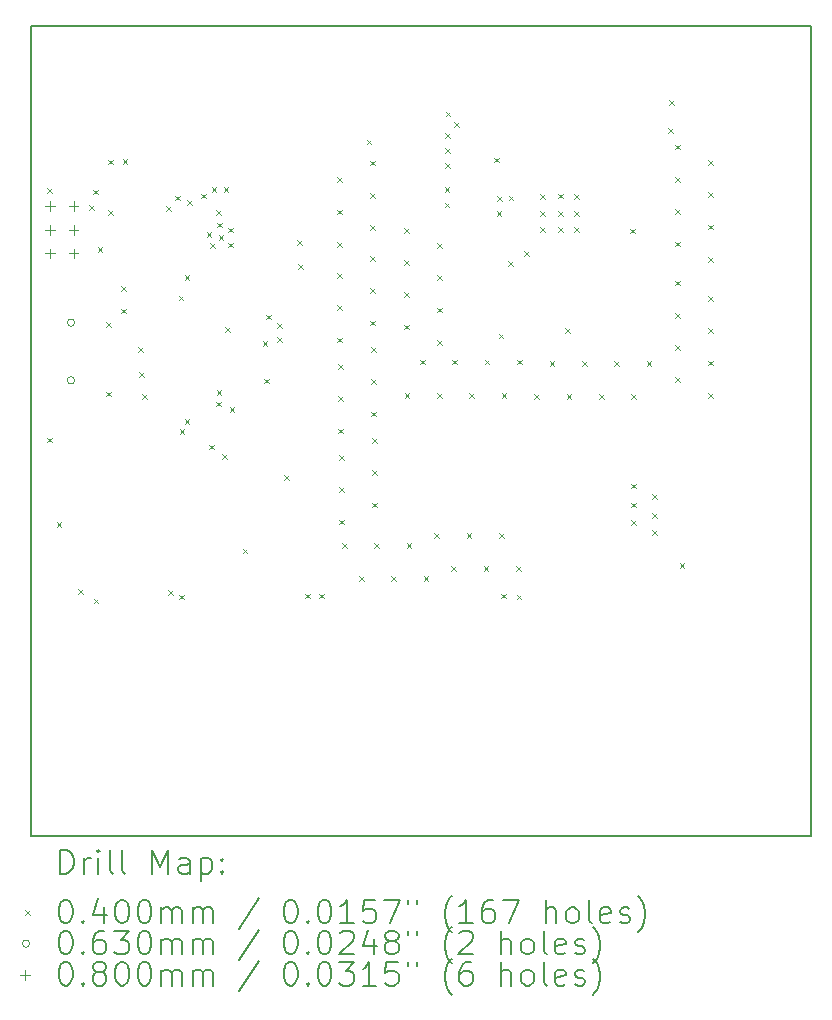
<source format=gbr>
%TF.GenerationSoftware,KiCad,Pcbnew,(6.0.7)*%
%TF.CreationDate,2023-02-07T14:26:08-05:00*%
%TF.ProjectId,DCA_USMR_sch,4443415f-5553-44d5-925f-7363682e6b69,v1.3*%
%TF.SameCoordinates,Original*%
%TF.FileFunction,Drillmap*%
%TF.FilePolarity,Positive*%
%FSLAX45Y45*%
G04 Gerber Fmt 4.5, Leading zero omitted, Abs format (unit mm)*
G04 Created by KiCad (PCBNEW (6.0.7)) date 2023-02-07 14:26:08*
%MOMM*%
%LPD*%
G01*
G04 APERTURE LIST*
%ADD10C,0.200000*%
%ADD11C,0.040000*%
%ADD12C,0.063000*%
%ADD13C,0.080000*%
G04 APERTURE END LIST*
D10*
X20098000Y-9221000D02*
X26702000Y-9221000D01*
X26702000Y-9221000D02*
X26702000Y-16080000D01*
X26702000Y-16080000D02*
X20098000Y-16080000D01*
X20098000Y-16080000D02*
X20098000Y-9221000D01*
D11*
X20236000Y-10598000D02*
X20276000Y-10638000D01*
X20276000Y-10598000D02*
X20236000Y-10638000D01*
X20238097Y-12708728D02*
X20278097Y-12748728D01*
X20278097Y-12708728D02*
X20238097Y-12748728D01*
X20316110Y-13424822D02*
X20356110Y-13464822D01*
X20356110Y-13424822D02*
X20316110Y-13464822D01*
X20500000Y-13990000D02*
X20540000Y-14030000D01*
X20540000Y-13990000D02*
X20500000Y-14030000D01*
X20590000Y-10743000D02*
X20630000Y-10783000D01*
X20630000Y-10743000D02*
X20590000Y-10783000D01*
X20626881Y-10609141D02*
X20666881Y-10649141D01*
X20666881Y-10609141D02*
X20626881Y-10649141D01*
X20630000Y-14072450D02*
X20670000Y-14112450D01*
X20670000Y-14072450D02*
X20630000Y-14112450D01*
X20663000Y-11098100D02*
X20703000Y-11138100D01*
X20703000Y-11098100D02*
X20663000Y-11138100D01*
X20737165Y-11729660D02*
X20777165Y-11769660D01*
X20777165Y-11729660D02*
X20737165Y-11769660D01*
X20737165Y-12319660D02*
X20777165Y-12359660D01*
X20777165Y-12319660D02*
X20737165Y-12359660D01*
X20751000Y-10783450D02*
X20791000Y-10823450D01*
X20791000Y-10783450D02*
X20751000Y-10823450D01*
X20754000Y-10357000D02*
X20794000Y-10397000D01*
X20794000Y-10357000D02*
X20754000Y-10397000D01*
X20860165Y-11616660D02*
X20900165Y-11656660D01*
X20900165Y-11616660D02*
X20860165Y-11656660D01*
X20861665Y-11425160D02*
X20901665Y-11465160D01*
X20901665Y-11425160D02*
X20861665Y-11465160D01*
X20874000Y-10353000D02*
X20914000Y-10393000D01*
X20914000Y-10353000D02*
X20874000Y-10393000D01*
X21007165Y-11942210D02*
X21047165Y-11982210D01*
X21047165Y-11942210D02*
X21007165Y-11982210D01*
X21013191Y-12152110D02*
X21053191Y-12192110D01*
X21053191Y-12152110D02*
X21013191Y-12192110D01*
X21037165Y-12339660D02*
X21077165Y-12379660D01*
X21077165Y-12339660D02*
X21037165Y-12379660D01*
X21242944Y-10750000D02*
X21282944Y-10790000D01*
X21282944Y-10750000D02*
X21242944Y-10790000D01*
X21260000Y-14000000D02*
X21300000Y-14040000D01*
X21300000Y-14000000D02*
X21260000Y-14040000D01*
X21319466Y-10661765D02*
X21359466Y-10701765D01*
X21359466Y-10661765D02*
X21319466Y-10701765D01*
X21347643Y-11507260D02*
X21387643Y-11547260D01*
X21387643Y-11507260D02*
X21347643Y-11547260D01*
X21351798Y-14039536D02*
X21391798Y-14079536D01*
X21391798Y-14039536D02*
X21351798Y-14079536D01*
X21357212Y-12640328D02*
X21397212Y-12680328D01*
X21397212Y-12640328D02*
X21357212Y-12680328D01*
X21399022Y-11333591D02*
X21439022Y-11373591D01*
X21439022Y-11333591D02*
X21399022Y-11373591D01*
X21400000Y-12550000D02*
X21440000Y-12590000D01*
X21440000Y-12550000D02*
X21400000Y-12590000D01*
X21420089Y-10698372D02*
X21460089Y-10738372D01*
X21460089Y-10698372D02*
X21420089Y-10738372D01*
X21539160Y-10642940D02*
X21579160Y-10682940D01*
X21579160Y-10642940D02*
X21539160Y-10682940D01*
X21585605Y-10968020D02*
X21625605Y-11008020D01*
X21625605Y-10968020D02*
X21585605Y-11008020D01*
X21610000Y-12770000D02*
X21650000Y-12810000D01*
X21650000Y-12770000D02*
X21610000Y-12810000D01*
X21612894Y-11064173D02*
X21652894Y-11104173D01*
X21652894Y-11064173D02*
X21612894Y-11104173D01*
X21627540Y-10590000D02*
X21667540Y-10630000D01*
X21667540Y-10590000D02*
X21627540Y-10630000D01*
X21664934Y-10785796D02*
X21704934Y-10825796D01*
X21704934Y-10785796D02*
X21664934Y-10825796D01*
X21668744Y-12405954D02*
X21708744Y-12445954D01*
X21708744Y-12405954D02*
X21668744Y-12445954D01*
X21669404Y-12306006D02*
X21709404Y-12346006D01*
X21709404Y-12306006D02*
X21669404Y-12346006D01*
X21676400Y-10890000D02*
X21716400Y-10930000D01*
X21716400Y-10890000D02*
X21676400Y-10930000D01*
X21687330Y-10997469D02*
X21727330Y-11037469D01*
X21727330Y-10997469D02*
X21687330Y-11037469D01*
X21720000Y-12850000D02*
X21760000Y-12890000D01*
X21760000Y-12850000D02*
X21720000Y-12890000D01*
X21730000Y-10590000D02*
X21770000Y-10630000D01*
X21770000Y-10590000D02*
X21730000Y-10630000D01*
X21739644Y-11772140D02*
X21779644Y-11812140D01*
X21779644Y-11772140D02*
X21739644Y-11812140D01*
X21766153Y-11058926D02*
X21806153Y-11098926D01*
X21806153Y-11058926D02*
X21766153Y-11098926D01*
X21769088Y-10930703D02*
X21809088Y-10970703D01*
X21809088Y-10930703D02*
X21769088Y-10970703D01*
X21780000Y-12450000D02*
X21820000Y-12490000D01*
X21820000Y-12450000D02*
X21780000Y-12490000D01*
X21890000Y-13650000D02*
X21930000Y-13690000D01*
X21930000Y-13650000D02*
X21890000Y-13690000D01*
X22060000Y-11892110D02*
X22100000Y-11932110D01*
X22100000Y-11892110D02*
X22060000Y-11932110D01*
X22070000Y-12210000D02*
X22110000Y-12250000D01*
X22110000Y-12210000D02*
X22070000Y-12250000D01*
X22090000Y-11667550D02*
X22130000Y-11707550D01*
X22130000Y-11667550D02*
X22090000Y-11707550D01*
X22180000Y-11740000D02*
X22220000Y-11780000D01*
X22220000Y-11740000D02*
X22180000Y-11780000D01*
X22180000Y-11860000D02*
X22220000Y-11900000D01*
X22220000Y-11860000D02*
X22180000Y-11900000D01*
X22243784Y-13025459D02*
X22283784Y-13065459D01*
X22283784Y-13025459D02*
X22243784Y-13065459D01*
X22350000Y-11040000D02*
X22390000Y-11080000D01*
X22390000Y-11040000D02*
X22350000Y-11080000D01*
X22360000Y-11240000D02*
X22400000Y-11280000D01*
X22400000Y-11240000D02*
X22360000Y-11280000D01*
X22420000Y-14030000D02*
X22460000Y-14070000D01*
X22460000Y-14030000D02*
X22420000Y-14070000D01*
X22540000Y-14030000D02*
X22580000Y-14070000D01*
X22580000Y-14030000D02*
X22540000Y-14070000D01*
X22690000Y-10506667D02*
X22730000Y-10546667D01*
X22730000Y-10506667D02*
X22690000Y-10546667D01*
X22690000Y-10780000D02*
X22730000Y-10820000D01*
X22730000Y-10780000D02*
X22690000Y-10820000D01*
X22690000Y-11053333D02*
X22730000Y-11093333D01*
X22730000Y-11053333D02*
X22690000Y-11093333D01*
X22690000Y-11316667D02*
X22730000Y-11356667D01*
X22730000Y-11316667D02*
X22690000Y-11356667D01*
X22690000Y-11590000D02*
X22730000Y-11630000D01*
X22730000Y-11590000D02*
X22690000Y-11630000D01*
X22690000Y-11863333D02*
X22730000Y-11903333D01*
X22730000Y-11863333D02*
X22690000Y-11903333D01*
X22700000Y-12086667D02*
X22740000Y-12126667D01*
X22740000Y-12086667D02*
X22700000Y-12126667D01*
X22700000Y-12360000D02*
X22740000Y-12400000D01*
X22740000Y-12360000D02*
X22700000Y-12400000D01*
X22700000Y-12633333D02*
X22740000Y-12673333D01*
X22740000Y-12633333D02*
X22700000Y-12673333D01*
X22710000Y-12856667D02*
X22750000Y-12896667D01*
X22750000Y-12856667D02*
X22710000Y-12896667D01*
X22710000Y-13130000D02*
X22750000Y-13170000D01*
X22750000Y-13130000D02*
X22710000Y-13170000D01*
X22710000Y-13403333D02*
X22750000Y-13443333D01*
X22750000Y-13403333D02*
X22710000Y-13443333D01*
X22733333Y-13600000D02*
X22773333Y-13640000D01*
X22773333Y-13600000D02*
X22733333Y-13640000D01*
X22876667Y-13880000D02*
X22916667Y-13920000D01*
X22916667Y-13880000D02*
X22876667Y-13920000D01*
X22940000Y-10187450D02*
X22980000Y-10227450D01*
X22980000Y-10187450D02*
X22940000Y-10227450D01*
X22970000Y-10363333D02*
X23010000Y-10403333D01*
X23010000Y-10363333D02*
X22970000Y-10403333D01*
X22970000Y-10636667D02*
X23010000Y-10676667D01*
X23010000Y-10636667D02*
X22970000Y-10676667D01*
X22970000Y-10910000D02*
X23010000Y-10950000D01*
X23010000Y-10910000D02*
X22970000Y-10950000D01*
X22970000Y-11173333D02*
X23010000Y-11213333D01*
X23010000Y-11173333D02*
X22970000Y-11213333D01*
X22970000Y-11446667D02*
X23010000Y-11486667D01*
X23010000Y-11446667D02*
X22970000Y-11486667D01*
X22970000Y-11720000D02*
X23010000Y-11760000D01*
X23010000Y-11720000D02*
X22970000Y-11760000D01*
X22980000Y-11943333D02*
X23020000Y-11983333D01*
X23020000Y-11943333D02*
X22980000Y-11983333D01*
X22980000Y-12216667D02*
X23020000Y-12256667D01*
X23020000Y-12216667D02*
X22980000Y-12256667D01*
X22980000Y-12490000D02*
X23020000Y-12530000D01*
X23020000Y-12490000D02*
X22980000Y-12530000D01*
X22990000Y-12713333D02*
X23030000Y-12753333D01*
X23030000Y-12713333D02*
X22990000Y-12753333D01*
X22990000Y-12986667D02*
X23030000Y-13026667D01*
X23030000Y-12986667D02*
X22990000Y-13026667D01*
X22990000Y-13260000D02*
X23030000Y-13300000D01*
X23030000Y-13260000D02*
X22990000Y-13300000D01*
X23006667Y-13600000D02*
X23046667Y-13640000D01*
X23046667Y-13600000D02*
X23006667Y-13640000D01*
X23150000Y-13880000D02*
X23190000Y-13920000D01*
X23190000Y-13880000D02*
X23150000Y-13920000D01*
X23260000Y-10933333D02*
X23300000Y-10973333D01*
X23300000Y-10933333D02*
X23260000Y-10973333D01*
X23260000Y-11206667D02*
X23300000Y-11246667D01*
X23300000Y-11206667D02*
X23260000Y-11246667D01*
X23260000Y-11480000D02*
X23300000Y-11520000D01*
X23300000Y-11480000D02*
X23260000Y-11520000D01*
X23260000Y-11753333D02*
X23300000Y-11793333D01*
X23300000Y-11753333D02*
X23260000Y-11793333D01*
X23263333Y-12330000D02*
X23303333Y-12370000D01*
X23303333Y-12330000D02*
X23263333Y-12370000D01*
X23280000Y-13600000D02*
X23320000Y-13640000D01*
X23320000Y-13600000D02*
X23280000Y-13640000D01*
X23393333Y-12050000D02*
X23433333Y-12090000D01*
X23433333Y-12050000D02*
X23393333Y-12090000D01*
X23423333Y-13880000D02*
X23463333Y-13920000D01*
X23463333Y-13880000D02*
X23423333Y-13920000D01*
X23513333Y-13520000D02*
X23553333Y-13560000D01*
X23553333Y-13520000D02*
X23513333Y-13560000D01*
X23536667Y-12330000D02*
X23576667Y-12370000D01*
X23576667Y-12330000D02*
X23536667Y-12370000D01*
X23540000Y-11063333D02*
X23580000Y-11103333D01*
X23580000Y-11063333D02*
X23540000Y-11103333D01*
X23540000Y-11336667D02*
X23580000Y-11376667D01*
X23580000Y-11336667D02*
X23540000Y-11376667D01*
X23540000Y-11610000D02*
X23580000Y-11650000D01*
X23580000Y-11610000D02*
X23540000Y-11650000D01*
X23540000Y-11883333D02*
X23580000Y-11923333D01*
X23580000Y-11883333D02*
X23540000Y-11923333D01*
X23600000Y-10590000D02*
X23640000Y-10630000D01*
X23640000Y-10590000D02*
X23600000Y-10630000D01*
X23600000Y-10720000D02*
X23640000Y-10760000D01*
X23640000Y-10720000D02*
X23600000Y-10760000D01*
X23603523Y-10388432D02*
X23643523Y-10428432D01*
X23643523Y-10388432D02*
X23603523Y-10428432D01*
X23606230Y-10133770D02*
X23646230Y-10173770D01*
X23646230Y-10133770D02*
X23606230Y-10173770D01*
X23607084Y-10260000D02*
X23647084Y-10300000D01*
X23647084Y-10260000D02*
X23607084Y-10300000D01*
X23610005Y-9950000D02*
X23650005Y-9990000D01*
X23650005Y-9950000D02*
X23610005Y-9990000D01*
X23656667Y-13800000D02*
X23696667Y-13840000D01*
X23696667Y-13800000D02*
X23656667Y-13840000D01*
X23666667Y-12050000D02*
X23706667Y-12090000D01*
X23706667Y-12050000D02*
X23666667Y-12090000D01*
X23679534Y-10040171D02*
X23719534Y-10080171D01*
X23719534Y-10040171D02*
X23679534Y-10080171D01*
X23786667Y-13520000D02*
X23826667Y-13560000D01*
X23826667Y-13520000D02*
X23786667Y-13560000D01*
X23810000Y-12330000D02*
X23850000Y-12370000D01*
X23850000Y-12330000D02*
X23810000Y-12370000D01*
X23930000Y-13800000D02*
X23970000Y-13840000D01*
X23970000Y-13800000D02*
X23930000Y-13840000D01*
X23940000Y-12050000D02*
X23980000Y-12090000D01*
X23980000Y-12050000D02*
X23940000Y-12090000D01*
X24020000Y-10340000D02*
X24060000Y-10380000D01*
X24060000Y-10340000D02*
X24020000Y-10380000D01*
X24040000Y-10791465D02*
X24080000Y-10831465D01*
X24080000Y-10791465D02*
X24040000Y-10831465D01*
X24043770Y-10666230D02*
X24083770Y-10706230D01*
X24083770Y-10666230D02*
X24043770Y-10706230D01*
X24057500Y-11828200D02*
X24097500Y-11868200D01*
X24097500Y-11828200D02*
X24057500Y-11868200D01*
X24060000Y-13520000D02*
X24100000Y-13560000D01*
X24100000Y-13520000D02*
X24060000Y-13560000D01*
X24080000Y-14030000D02*
X24120000Y-14070000D01*
X24120000Y-14030000D02*
X24080000Y-14070000D01*
X24083333Y-12330000D02*
X24123333Y-12370000D01*
X24123333Y-12330000D02*
X24083333Y-12370000D01*
X24141326Y-11215776D02*
X24181326Y-11255776D01*
X24181326Y-11215776D02*
X24141326Y-11255776D01*
X24143511Y-10659773D02*
X24183511Y-10699773D01*
X24183511Y-10659773D02*
X24143511Y-10699773D01*
X24203333Y-13800000D02*
X24243333Y-13840000D01*
X24243333Y-13800000D02*
X24203333Y-13840000D01*
X24210000Y-14040000D02*
X24250000Y-14080000D01*
X24250000Y-14040000D02*
X24210000Y-14080000D01*
X24213333Y-12050000D02*
X24253333Y-12090000D01*
X24253333Y-12050000D02*
X24213333Y-12090000D01*
X24271500Y-11130000D02*
X24311500Y-11170000D01*
X24311500Y-11130000D02*
X24271500Y-11170000D01*
X24360000Y-12340000D02*
X24400000Y-12380000D01*
X24400000Y-12340000D02*
X24360000Y-12380000D01*
X24408867Y-10645566D02*
X24448867Y-10685566D01*
X24448867Y-10645566D02*
X24408867Y-10685566D01*
X24410000Y-10790000D02*
X24450000Y-10830000D01*
X24450000Y-10790000D02*
X24410000Y-10830000D01*
X24410000Y-10930000D02*
X24450000Y-10970000D01*
X24450000Y-10930000D02*
X24410000Y-10970000D01*
X24490000Y-12060000D02*
X24530000Y-12100000D01*
X24530000Y-12060000D02*
X24490000Y-12100000D01*
X24560000Y-10644088D02*
X24600000Y-10684088D01*
X24600000Y-10644088D02*
X24560000Y-10684088D01*
X24560000Y-10790000D02*
X24600000Y-10830000D01*
X24600000Y-10790000D02*
X24560000Y-10830000D01*
X24560000Y-10930000D02*
X24600000Y-10970000D01*
X24600000Y-10930000D02*
X24560000Y-10970000D01*
X24620000Y-11780000D02*
X24660000Y-11820000D01*
X24660000Y-11780000D02*
X24620000Y-11820000D01*
X24633333Y-12340000D02*
X24673333Y-12380000D01*
X24673333Y-12340000D02*
X24633333Y-12380000D01*
X24700000Y-10644964D02*
X24740000Y-10684964D01*
X24740000Y-10644964D02*
X24700000Y-10684964D01*
X24700000Y-10790000D02*
X24740000Y-10830000D01*
X24740000Y-10790000D02*
X24700000Y-10830000D01*
X24700000Y-10930000D02*
X24740000Y-10970000D01*
X24740000Y-10930000D02*
X24700000Y-10970000D01*
X24763333Y-12060000D02*
X24803333Y-12100000D01*
X24803333Y-12060000D02*
X24763333Y-12100000D01*
X24906667Y-12340000D02*
X24946667Y-12380000D01*
X24946667Y-12340000D02*
X24906667Y-12380000D01*
X25036667Y-12060000D02*
X25076667Y-12100000D01*
X25076667Y-12060000D02*
X25036667Y-12100000D01*
X25170000Y-10940000D02*
X25210000Y-10980000D01*
X25210000Y-10940000D02*
X25170000Y-10980000D01*
X25180000Y-12340000D02*
X25220000Y-12380000D01*
X25220000Y-12340000D02*
X25180000Y-12380000D01*
X25180000Y-13100000D02*
X25220000Y-13140000D01*
X25220000Y-13100000D02*
X25180000Y-13140000D01*
X25180000Y-13260000D02*
X25220000Y-13300000D01*
X25220000Y-13260000D02*
X25180000Y-13300000D01*
X25180000Y-13410000D02*
X25220000Y-13450000D01*
X25220000Y-13410000D02*
X25180000Y-13450000D01*
X25310000Y-12060000D02*
X25350000Y-12100000D01*
X25350000Y-12060000D02*
X25310000Y-12100000D01*
X25360000Y-13190000D02*
X25400000Y-13230000D01*
X25400000Y-13190000D02*
X25360000Y-13230000D01*
X25360000Y-13350000D02*
X25400000Y-13390000D01*
X25400000Y-13350000D02*
X25360000Y-13390000D01*
X25360000Y-13490000D02*
X25400000Y-13530000D01*
X25400000Y-13490000D02*
X25360000Y-13530000D01*
X25495135Y-10089760D02*
X25535135Y-10129760D01*
X25535135Y-10089760D02*
X25495135Y-10129760D01*
X25500000Y-9850000D02*
X25540000Y-9890000D01*
X25540000Y-9850000D02*
X25500000Y-9890000D01*
X25550000Y-10230000D02*
X25590000Y-10270000D01*
X25590000Y-10230000D02*
X25550000Y-10270000D01*
X25550000Y-10503333D02*
X25590000Y-10543333D01*
X25590000Y-10503333D02*
X25550000Y-10543333D01*
X25550000Y-10776667D02*
X25590000Y-10816667D01*
X25590000Y-10776667D02*
X25550000Y-10816667D01*
X25550000Y-11050000D02*
X25590000Y-11090000D01*
X25590000Y-11050000D02*
X25550000Y-11090000D01*
X25550000Y-11380000D02*
X25590000Y-11420000D01*
X25590000Y-11380000D02*
X25550000Y-11420000D01*
X25550000Y-11653333D02*
X25590000Y-11693333D01*
X25590000Y-11653333D02*
X25550000Y-11693333D01*
X25550000Y-11926667D02*
X25590000Y-11966667D01*
X25590000Y-11926667D02*
X25550000Y-11966667D01*
X25550000Y-12200000D02*
X25590000Y-12240000D01*
X25590000Y-12200000D02*
X25550000Y-12240000D01*
X25590000Y-13770000D02*
X25630000Y-13810000D01*
X25630000Y-13770000D02*
X25590000Y-13810000D01*
X25830000Y-10360000D02*
X25870000Y-10400000D01*
X25870000Y-10360000D02*
X25830000Y-10400000D01*
X25830000Y-10633333D02*
X25870000Y-10673333D01*
X25870000Y-10633333D02*
X25830000Y-10673333D01*
X25830000Y-10906667D02*
X25870000Y-10946667D01*
X25870000Y-10906667D02*
X25830000Y-10946667D01*
X25830000Y-11180000D02*
X25870000Y-11220000D01*
X25870000Y-11180000D02*
X25830000Y-11220000D01*
X25830000Y-11510000D02*
X25870000Y-11550000D01*
X25870000Y-11510000D02*
X25830000Y-11550000D01*
X25830000Y-11783333D02*
X25870000Y-11823333D01*
X25870000Y-11783333D02*
X25830000Y-11823333D01*
X25830000Y-12056667D02*
X25870000Y-12096667D01*
X25870000Y-12056667D02*
X25830000Y-12096667D01*
X25830000Y-12330000D02*
X25870000Y-12370000D01*
X25870000Y-12330000D02*
X25830000Y-12370000D01*
D12*
X20468665Y-11735660D02*
G75*
G03*
X20468665Y-11735660I-31500J0D01*
G01*
X20468665Y-12223660D02*
G75*
G03*
X20468665Y-12223660I-31500J0D01*
G01*
D13*
X20260000Y-10710000D02*
X20260000Y-10790000D01*
X20220000Y-10750000D02*
X20300000Y-10750000D01*
X20260000Y-10910000D02*
X20260000Y-10990000D01*
X20220000Y-10950000D02*
X20300000Y-10950000D01*
X20260000Y-11110000D02*
X20260000Y-11190000D01*
X20220000Y-11150000D02*
X20300000Y-11150000D01*
X20460000Y-10710000D02*
X20460000Y-10790000D01*
X20420000Y-10750000D02*
X20500000Y-10750000D01*
X20460000Y-10910000D02*
X20460000Y-10990000D01*
X20420000Y-10950000D02*
X20500000Y-10950000D01*
X20460000Y-11110000D02*
X20460000Y-11190000D01*
X20420000Y-11150000D02*
X20500000Y-11150000D01*
D10*
X20345619Y-16400476D02*
X20345619Y-16200476D01*
X20393238Y-16200476D01*
X20421810Y-16210000D01*
X20440857Y-16229048D01*
X20450381Y-16248095D01*
X20459905Y-16286190D01*
X20459905Y-16314762D01*
X20450381Y-16352857D01*
X20440857Y-16371905D01*
X20421810Y-16390952D01*
X20393238Y-16400476D01*
X20345619Y-16400476D01*
X20545619Y-16400476D02*
X20545619Y-16267143D01*
X20545619Y-16305238D02*
X20555143Y-16286190D01*
X20564667Y-16276667D01*
X20583714Y-16267143D01*
X20602762Y-16267143D01*
X20669429Y-16400476D02*
X20669429Y-16267143D01*
X20669429Y-16200476D02*
X20659905Y-16210000D01*
X20669429Y-16219524D01*
X20678952Y-16210000D01*
X20669429Y-16200476D01*
X20669429Y-16219524D01*
X20793238Y-16400476D02*
X20774190Y-16390952D01*
X20764667Y-16371905D01*
X20764667Y-16200476D01*
X20898000Y-16400476D02*
X20878952Y-16390952D01*
X20869429Y-16371905D01*
X20869429Y-16200476D01*
X21126571Y-16400476D02*
X21126571Y-16200476D01*
X21193238Y-16343333D01*
X21259905Y-16200476D01*
X21259905Y-16400476D01*
X21440857Y-16400476D02*
X21440857Y-16295714D01*
X21431333Y-16276667D01*
X21412286Y-16267143D01*
X21374190Y-16267143D01*
X21355143Y-16276667D01*
X21440857Y-16390952D02*
X21421810Y-16400476D01*
X21374190Y-16400476D01*
X21355143Y-16390952D01*
X21345619Y-16371905D01*
X21345619Y-16352857D01*
X21355143Y-16333809D01*
X21374190Y-16324286D01*
X21421810Y-16324286D01*
X21440857Y-16314762D01*
X21536095Y-16267143D02*
X21536095Y-16467143D01*
X21536095Y-16276667D02*
X21555143Y-16267143D01*
X21593238Y-16267143D01*
X21612286Y-16276667D01*
X21621810Y-16286190D01*
X21631333Y-16305238D01*
X21631333Y-16362381D01*
X21621810Y-16381428D01*
X21612286Y-16390952D01*
X21593238Y-16400476D01*
X21555143Y-16400476D01*
X21536095Y-16390952D01*
X21717048Y-16381428D02*
X21726571Y-16390952D01*
X21717048Y-16400476D01*
X21707524Y-16390952D01*
X21717048Y-16381428D01*
X21717048Y-16400476D01*
X21717048Y-16276667D02*
X21726571Y-16286190D01*
X21717048Y-16295714D01*
X21707524Y-16286190D01*
X21717048Y-16276667D01*
X21717048Y-16295714D01*
D11*
X20048000Y-16710000D02*
X20088000Y-16750000D01*
X20088000Y-16710000D02*
X20048000Y-16750000D01*
D10*
X20383714Y-16620476D02*
X20402762Y-16620476D01*
X20421810Y-16630000D01*
X20431333Y-16639524D01*
X20440857Y-16658571D01*
X20450381Y-16696667D01*
X20450381Y-16744286D01*
X20440857Y-16782381D01*
X20431333Y-16801429D01*
X20421810Y-16810952D01*
X20402762Y-16820476D01*
X20383714Y-16820476D01*
X20364667Y-16810952D01*
X20355143Y-16801429D01*
X20345619Y-16782381D01*
X20336095Y-16744286D01*
X20336095Y-16696667D01*
X20345619Y-16658571D01*
X20355143Y-16639524D01*
X20364667Y-16630000D01*
X20383714Y-16620476D01*
X20536095Y-16801429D02*
X20545619Y-16810952D01*
X20536095Y-16820476D01*
X20526571Y-16810952D01*
X20536095Y-16801429D01*
X20536095Y-16820476D01*
X20717048Y-16687143D02*
X20717048Y-16820476D01*
X20669429Y-16610952D02*
X20621810Y-16753809D01*
X20745619Y-16753809D01*
X20859905Y-16620476D02*
X20878952Y-16620476D01*
X20898000Y-16630000D01*
X20907524Y-16639524D01*
X20917048Y-16658571D01*
X20926571Y-16696667D01*
X20926571Y-16744286D01*
X20917048Y-16782381D01*
X20907524Y-16801429D01*
X20898000Y-16810952D01*
X20878952Y-16820476D01*
X20859905Y-16820476D01*
X20840857Y-16810952D01*
X20831333Y-16801429D01*
X20821810Y-16782381D01*
X20812286Y-16744286D01*
X20812286Y-16696667D01*
X20821810Y-16658571D01*
X20831333Y-16639524D01*
X20840857Y-16630000D01*
X20859905Y-16620476D01*
X21050381Y-16620476D02*
X21069429Y-16620476D01*
X21088476Y-16630000D01*
X21098000Y-16639524D01*
X21107524Y-16658571D01*
X21117048Y-16696667D01*
X21117048Y-16744286D01*
X21107524Y-16782381D01*
X21098000Y-16801429D01*
X21088476Y-16810952D01*
X21069429Y-16820476D01*
X21050381Y-16820476D01*
X21031333Y-16810952D01*
X21021810Y-16801429D01*
X21012286Y-16782381D01*
X21002762Y-16744286D01*
X21002762Y-16696667D01*
X21012286Y-16658571D01*
X21021810Y-16639524D01*
X21031333Y-16630000D01*
X21050381Y-16620476D01*
X21202762Y-16820476D02*
X21202762Y-16687143D01*
X21202762Y-16706190D02*
X21212286Y-16696667D01*
X21231333Y-16687143D01*
X21259905Y-16687143D01*
X21278952Y-16696667D01*
X21288476Y-16715714D01*
X21288476Y-16820476D01*
X21288476Y-16715714D02*
X21298000Y-16696667D01*
X21317048Y-16687143D01*
X21345619Y-16687143D01*
X21364667Y-16696667D01*
X21374190Y-16715714D01*
X21374190Y-16820476D01*
X21469429Y-16820476D02*
X21469429Y-16687143D01*
X21469429Y-16706190D02*
X21478952Y-16696667D01*
X21498000Y-16687143D01*
X21526571Y-16687143D01*
X21545619Y-16696667D01*
X21555143Y-16715714D01*
X21555143Y-16820476D01*
X21555143Y-16715714D02*
X21564667Y-16696667D01*
X21583714Y-16687143D01*
X21612286Y-16687143D01*
X21631333Y-16696667D01*
X21640857Y-16715714D01*
X21640857Y-16820476D01*
X22031333Y-16610952D02*
X21859905Y-16868095D01*
X22288476Y-16620476D02*
X22307524Y-16620476D01*
X22326571Y-16630000D01*
X22336095Y-16639524D01*
X22345619Y-16658571D01*
X22355143Y-16696667D01*
X22355143Y-16744286D01*
X22345619Y-16782381D01*
X22336095Y-16801429D01*
X22326571Y-16810952D01*
X22307524Y-16820476D01*
X22288476Y-16820476D01*
X22269429Y-16810952D01*
X22259905Y-16801429D01*
X22250381Y-16782381D01*
X22240857Y-16744286D01*
X22240857Y-16696667D01*
X22250381Y-16658571D01*
X22259905Y-16639524D01*
X22269429Y-16630000D01*
X22288476Y-16620476D01*
X22440857Y-16801429D02*
X22450381Y-16810952D01*
X22440857Y-16820476D01*
X22431333Y-16810952D01*
X22440857Y-16801429D01*
X22440857Y-16820476D01*
X22574190Y-16620476D02*
X22593238Y-16620476D01*
X22612286Y-16630000D01*
X22621809Y-16639524D01*
X22631333Y-16658571D01*
X22640857Y-16696667D01*
X22640857Y-16744286D01*
X22631333Y-16782381D01*
X22621809Y-16801429D01*
X22612286Y-16810952D01*
X22593238Y-16820476D01*
X22574190Y-16820476D01*
X22555143Y-16810952D01*
X22545619Y-16801429D01*
X22536095Y-16782381D01*
X22526571Y-16744286D01*
X22526571Y-16696667D01*
X22536095Y-16658571D01*
X22545619Y-16639524D01*
X22555143Y-16630000D01*
X22574190Y-16620476D01*
X22831333Y-16820476D02*
X22717048Y-16820476D01*
X22774190Y-16820476D02*
X22774190Y-16620476D01*
X22755143Y-16649048D01*
X22736095Y-16668095D01*
X22717048Y-16677619D01*
X23012286Y-16620476D02*
X22917048Y-16620476D01*
X22907524Y-16715714D01*
X22917048Y-16706190D01*
X22936095Y-16696667D01*
X22983714Y-16696667D01*
X23002762Y-16706190D01*
X23012286Y-16715714D01*
X23021809Y-16734762D01*
X23021809Y-16782381D01*
X23012286Y-16801429D01*
X23002762Y-16810952D01*
X22983714Y-16820476D01*
X22936095Y-16820476D01*
X22917048Y-16810952D01*
X22907524Y-16801429D01*
X23088476Y-16620476D02*
X23221809Y-16620476D01*
X23136095Y-16820476D01*
X23288476Y-16620476D02*
X23288476Y-16658571D01*
X23364667Y-16620476D02*
X23364667Y-16658571D01*
X23659905Y-16896667D02*
X23650381Y-16887143D01*
X23631333Y-16858571D01*
X23621809Y-16839524D01*
X23612286Y-16810952D01*
X23602762Y-16763333D01*
X23602762Y-16725238D01*
X23612286Y-16677619D01*
X23621809Y-16649048D01*
X23631333Y-16630000D01*
X23650381Y-16601428D01*
X23659905Y-16591905D01*
X23840857Y-16820476D02*
X23726571Y-16820476D01*
X23783714Y-16820476D02*
X23783714Y-16620476D01*
X23764667Y-16649048D01*
X23745619Y-16668095D01*
X23726571Y-16677619D01*
X24012286Y-16620476D02*
X23974190Y-16620476D01*
X23955143Y-16630000D01*
X23945619Y-16639524D01*
X23926571Y-16668095D01*
X23917048Y-16706190D01*
X23917048Y-16782381D01*
X23926571Y-16801429D01*
X23936095Y-16810952D01*
X23955143Y-16820476D01*
X23993238Y-16820476D01*
X24012286Y-16810952D01*
X24021809Y-16801429D01*
X24031333Y-16782381D01*
X24031333Y-16734762D01*
X24021809Y-16715714D01*
X24012286Y-16706190D01*
X23993238Y-16696667D01*
X23955143Y-16696667D01*
X23936095Y-16706190D01*
X23926571Y-16715714D01*
X23917048Y-16734762D01*
X24098000Y-16620476D02*
X24231333Y-16620476D01*
X24145619Y-16820476D01*
X24459905Y-16820476D02*
X24459905Y-16620476D01*
X24545619Y-16820476D02*
X24545619Y-16715714D01*
X24536095Y-16696667D01*
X24517048Y-16687143D01*
X24488476Y-16687143D01*
X24469428Y-16696667D01*
X24459905Y-16706190D01*
X24669428Y-16820476D02*
X24650381Y-16810952D01*
X24640857Y-16801429D01*
X24631333Y-16782381D01*
X24631333Y-16725238D01*
X24640857Y-16706190D01*
X24650381Y-16696667D01*
X24669428Y-16687143D01*
X24698000Y-16687143D01*
X24717048Y-16696667D01*
X24726571Y-16706190D01*
X24736095Y-16725238D01*
X24736095Y-16782381D01*
X24726571Y-16801429D01*
X24717048Y-16810952D01*
X24698000Y-16820476D01*
X24669428Y-16820476D01*
X24850381Y-16820476D02*
X24831333Y-16810952D01*
X24821809Y-16791905D01*
X24821809Y-16620476D01*
X25002762Y-16810952D02*
X24983714Y-16820476D01*
X24945619Y-16820476D01*
X24926571Y-16810952D01*
X24917048Y-16791905D01*
X24917048Y-16715714D01*
X24926571Y-16696667D01*
X24945619Y-16687143D01*
X24983714Y-16687143D01*
X25002762Y-16696667D01*
X25012286Y-16715714D01*
X25012286Y-16734762D01*
X24917048Y-16753809D01*
X25088476Y-16810952D02*
X25107524Y-16820476D01*
X25145619Y-16820476D01*
X25164667Y-16810952D01*
X25174190Y-16791905D01*
X25174190Y-16782381D01*
X25164667Y-16763333D01*
X25145619Y-16753809D01*
X25117048Y-16753809D01*
X25098000Y-16744286D01*
X25088476Y-16725238D01*
X25088476Y-16715714D01*
X25098000Y-16696667D01*
X25117048Y-16687143D01*
X25145619Y-16687143D01*
X25164667Y-16696667D01*
X25240857Y-16896667D02*
X25250381Y-16887143D01*
X25269428Y-16858571D01*
X25278952Y-16839524D01*
X25288476Y-16810952D01*
X25298000Y-16763333D01*
X25298000Y-16725238D01*
X25288476Y-16677619D01*
X25278952Y-16649048D01*
X25269428Y-16630000D01*
X25250381Y-16601428D01*
X25240857Y-16591905D01*
D12*
X20088000Y-16994000D02*
G75*
G03*
X20088000Y-16994000I-31500J0D01*
G01*
D10*
X20383714Y-16884476D02*
X20402762Y-16884476D01*
X20421810Y-16894000D01*
X20431333Y-16903524D01*
X20440857Y-16922571D01*
X20450381Y-16960667D01*
X20450381Y-17008286D01*
X20440857Y-17046381D01*
X20431333Y-17065429D01*
X20421810Y-17074952D01*
X20402762Y-17084476D01*
X20383714Y-17084476D01*
X20364667Y-17074952D01*
X20355143Y-17065429D01*
X20345619Y-17046381D01*
X20336095Y-17008286D01*
X20336095Y-16960667D01*
X20345619Y-16922571D01*
X20355143Y-16903524D01*
X20364667Y-16894000D01*
X20383714Y-16884476D01*
X20536095Y-17065429D02*
X20545619Y-17074952D01*
X20536095Y-17084476D01*
X20526571Y-17074952D01*
X20536095Y-17065429D01*
X20536095Y-17084476D01*
X20717048Y-16884476D02*
X20678952Y-16884476D01*
X20659905Y-16894000D01*
X20650381Y-16903524D01*
X20631333Y-16932095D01*
X20621810Y-16970190D01*
X20621810Y-17046381D01*
X20631333Y-17065429D01*
X20640857Y-17074952D01*
X20659905Y-17084476D01*
X20698000Y-17084476D01*
X20717048Y-17074952D01*
X20726571Y-17065429D01*
X20736095Y-17046381D01*
X20736095Y-16998762D01*
X20726571Y-16979714D01*
X20717048Y-16970190D01*
X20698000Y-16960667D01*
X20659905Y-16960667D01*
X20640857Y-16970190D01*
X20631333Y-16979714D01*
X20621810Y-16998762D01*
X20802762Y-16884476D02*
X20926571Y-16884476D01*
X20859905Y-16960667D01*
X20888476Y-16960667D01*
X20907524Y-16970190D01*
X20917048Y-16979714D01*
X20926571Y-16998762D01*
X20926571Y-17046381D01*
X20917048Y-17065429D01*
X20907524Y-17074952D01*
X20888476Y-17084476D01*
X20831333Y-17084476D01*
X20812286Y-17074952D01*
X20802762Y-17065429D01*
X21050381Y-16884476D02*
X21069429Y-16884476D01*
X21088476Y-16894000D01*
X21098000Y-16903524D01*
X21107524Y-16922571D01*
X21117048Y-16960667D01*
X21117048Y-17008286D01*
X21107524Y-17046381D01*
X21098000Y-17065429D01*
X21088476Y-17074952D01*
X21069429Y-17084476D01*
X21050381Y-17084476D01*
X21031333Y-17074952D01*
X21021810Y-17065429D01*
X21012286Y-17046381D01*
X21002762Y-17008286D01*
X21002762Y-16960667D01*
X21012286Y-16922571D01*
X21021810Y-16903524D01*
X21031333Y-16894000D01*
X21050381Y-16884476D01*
X21202762Y-17084476D02*
X21202762Y-16951143D01*
X21202762Y-16970190D02*
X21212286Y-16960667D01*
X21231333Y-16951143D01*
X21259905Y-16951143D01*
X21278952Y-16960667D01*
X21288476Y-16979714D01*
X21288476Y-17084476D01*
X21288476Y-16979714D02*
X21298000Y-16960667D01*
X21317048Y-16951143D01*
X21345619Y-16951143D01*
X21364667Y-16960667D01*
X21374190Y-16979714D01*
X21374190Y-17084476D01*
X21469429Y-17084476D02*
X21469429Y-16951143D01*
X21469429Y-16970190D02*
X21478952Y-16960667D01*
X21498000Y-16951143D01*
X21526571Y-16951143D01*
X21545619Y-16960667D01*
X21555143Y-16979714D01*
X21555143Y-17084476D01*
X21555143Y-16979714D02*
X21564667Y-16960667D01*
X21583714Y-16951143D01*
X21612286Y-16951143D01*
X21631333Y-16960667D01*
X21640857Y-16979714D01*
X21640857Y-17084476D01*
X22031333Y-16874952D02*
X21859905Y-17132095D01*
X22288476Y-16884476D02*
X22307524Y-16884476D01*
X22326571Y-16894000D01*
X22336095Y-16903524D01*
X22345619Y-16922571D01*
X22355143Y-16960667D01*
X22355143Y-17008286D01*
X22345619Y-17046381D01*
X22336095Y-17065429D01*
X22326571Y-17074952D01*
X22307524Y-17084476D01*
X22288476Y-17084476D01*
X22269429Y-17074952D01*
X22259905Y-17065429D01*
X22250381Y-17046381D01*
X22240857Y-17008286D01*
X22240857Y-16960667D01*
X22250381Y-16922571D01*
X22259905Y-16903524D01*
X22269429Y-16894000D01*
X22288476Y-16884476D01*
X22440857Y-17065429D02*
X22450381Y-17074952D01*
X22440857Y-17084476D01*
X22431333Y-17074952D01*
X22440857Y-17065429D01*
X22440857Y-17084476D01*
X22574190Y-16884476D02*
X22593238Y-16884476D01*
X22612286Y-16894000D01*
X22621809Y-16903524D01*
X22631333Y-16922571D01*
X22640857Y-16960667D01*
X22640857Y-17008286D01*
X22631333Y-17046381D01*
X22621809Y-17065429D01*
X22612286Y-17074952D01*
X22593238Y-17084476D01*
X22574190Y-17084476D01*
X22555143Y-17074952D01*
X22545619Y-17065429D01*
X22536095Y-17046381D01*
X22526571Y-17008286D01*
X22526571Y-16960667D01*
X22536095Y-16922571D01*
X22545619Y-16903524D01*
X22555143Y-16894000D01*
X22574190Y-16884476D01*
X22717048Y-16903524D02*
X22726571Y-16894000D01*
X22745619Y-16884476D01*
X22793238Y-16884476D01*
X22812286Y-16894000D01*
X22821809Y-16903524D01*
X22831333Y-16922571D01*
X22831333Y-16941619D01*
X22821809Y-16970190D01*
X22707524Y-17084476D01*
X22831333Y-17084476D01*
X23002762Y-16951143D02*
X23002762Y-17084476D01*
X22955143Y-16874952D02*
X22907524Y-17017810D01*
X23031333Y-17017810D01*
X23136095Y-16970190D02*
X23117048Y-16960667D01*
X23107524Y-16951143D01*
X23098000Y-16932095D01*
X23098000Y-16922571D01*
X23107524Y-16903524D01*
X23117048Y-16894000D01*
X23136095Y-16884476D01*
X23174190Y-16884476D01*
X23193238Y-16894000D01*
X23202762Y-16903524D01*
X23212286Y-16922571D01*
X23212286Y-16932095D01*
X23202762Y-16951143D01*
X23193238Y-16960667D01*
X23174190Y-16970190D01*
X23136095Y-16970190D01*
X23117048Y-16979714D01*
X23107524Y-16989238D01*
X23098000Y-17008286D01*
X23098000Y-17046381D01*
X23107524Y-17065429D01*
X23117048Y-17074952D01*
X23136095Y-17084476D01*
X23174190Y-17084476D01*
X23193238Y-17074952D01*
X23202762Y-17065429D01*
X23212286Y-17046381D01*
X23212286Y-17008286D01*
X23202762Y-16989238D01*
X23193238Y-16979714D01*
X23174190Y-16970190D01*
X23288476Y-16884476D02*
X23288476Y-16922571D01*
X23364667Y-16884476D02*
X23364667Y-16922571D01*
X23659905Y-17160667D02*
X23650381Y-17151143D01*
X23631333Y-17122571D01*
X23621809Y-17103524D01*
X23612286Y-17074952D01*
X23602762Y-17027333D01*
X23602762Y-16989238D01*
X23612286Y-16941619D01*
X23621809Y-16913048D01*
X23631333Y-16894000D01*
X23650381Y-16865429D01*
X23659905Y-16855905D01*
X23726571Y-16903524D02*
X23736095Y-16894000D01*
X23755143Y-16884476D01*
X23802762Y-16884476D01*
X23821809Y-16894000D01*
X23831333Y-16903524D01*
X23840857Y-16922571D01*
X23840857Y-16941619D01*
X23831333Y-16970190D01*
X23717048Y-17084476D01*
X23840857Y-17084476D01*
X24078952Y-17084476D02*
X24078952Y-16884476D01*
X24164667Y-17084476D02*
X24164667Y-16979714D01*
X24155143Y-16960667D01*
X24136095Y-16951143D01*
X24107524Y-16951143D01*
X24088476Y-16960667D01*
X24078952Y-16970190D01*
X24288476Y-17084476D02*
X24269428Y-17074952D01*
X24259905Y-17065429D01*
X24250381Y-17046381D01*
X24250381Y-16989238D01*
X24259905Y-16970190D01*
X24269428Y-16960667D01*
X24288476Y-16951143D01*
X24317048Y-16951143D01*
X24336095Y-16960667D01*
X24345619Y-16970190D01*
X24355143Y-16989238D01*
X24355143Y-17046381D01*
X24345619Y-17065429D01*
X24336095Y-17074952D01*
X24317048Y-17084476D01*
X24288476Y-17084476D01*
X24469428Y-17084476D02*
X24450381Y-17074952D01*
X24440857Y-17055905D01*
X24440857Y-16884476D01*
X24621809Y-17074952D02*
X24602762Y-17084476D01*
X24564667Y-17084476D01*
X24545619Y-17074952D01*
X24536095Y-17055905D01*
X24536095Y-16979714D01*
X24545619Y-16960667D01*
X24564667Y-16951143D01*
X24602762Y-16951143D01*
X24621809Y-16960667D01*
X24631333Y-16979714D01*
X24631333Y-16998762D01*
X24536095Y-17017810D01*
X24707524Y-17074952D02*
X24726571Y-17084476D01*
X24764667Y-17084476D01*
X24783714Y-17074952D01*
X24793238Y-17055905D01*
X24793238Y-17046381D01*
X24783714Y-17027333D01*
X24764667Y-17017810D01*
X24736095Y-17017810D01*
X24717048Y-17008286D01*
X24707524Y-16989238D01*
X24707524Y-16979714D01*
X24717048Y-16960667D01*
X24736095Y-16951143D01*
X24764667Y-16951143D01*
X24783714Y-16960667D01*
X24859905Y-17160667D02*
X24869428Y-17151143D01*
X24888476Y-17122571D01*
X24898000Y-17103524D01*
X24907524Y-17074952D01*
X24917048Y-17027333D01*
X24917048Y-16989238D01*
X24907524Y-16941619D01*
X24898000Y-16913048D01*
X24888476Y-16894000D01*
X24869428Y-16865429D01*
X24859905Y-16855905D01*
D13*
X20048000Y-17218000D02*
X20048000Y-17298000D01*
X20008000Y-17258000D02*
X20088000Y-17258000D01*
D10*
X20383714Y-17148476D02*
X20402762Y-17148476D01*
X20421810Y-17158000D01*
X20431333Y-17167524D01*
X20440857Y-17186571D01*
X20450381Y-17224667D01*
X20450381Y-17272286D01*
X20440857Y-17310381D01*
X20431333Y-17329429D01*
X20421810Y-17338952D01*
X20402762Y-17348476D01*
X20383714Y-17348476D01*
X20364667Y-17338952D01*
X20355143Y-17329429D01*
X20345619Y-17310381D01*
X20336095Y-17272286D01*
X20336095Y-17224667D01*
X20345619Y-17186571D01*
X20355143Y-17167524D01*
X20364667Y-17158000D01*
X20383714Y-17148476D01*
X20536095Y-17329429D02*
X20545619Y-17338952D01*
X20536095Y-17348476D01*
X20526571Y-17338952D01*
X20536095Y-17329429D01*
X20536095Y-17348476D01*
X20659905Y-17234190D02*
X20640857Y-17224667D01*
X20631333Y-17215143D01*
X20621810Y-17196095D01*
X20621810Y-17186571D01*
X20631333Y-17167524D01*
X20640857Y-17158000D01*
X20659905Y-17148476D01*
X20698000Y-17148476D01*
X20717048Y-17158000D01*
X20726571Y-17167524D01*
X20736095Y-17186571D01*
X20736095Y-17196095D01*
X20726571Y-17215143D01*
X20717048Y-17224667D01*
X20698000Y-17234190D01*
X20659905Y-17234190D01*
X20640857Y-17243714D01*
X20631333Y-17253238D01*
X20621810Y-17272286D01*
X20621810Y-17310381D01*
X20631333Y-17329429D01*
X20640857Y-17338952D01*
X20659905Y-17348476D01*
X20698000Y-17348476D01*
X20717048Y-17338952D01*
X20726571Y-17329429D01*
X20736095Y-17310381D01*
X20736095Y-17272286D01*
X20726571Y-17253238D01*
X20717048Y-17243714D01*
X20698000Y-17234190D01*
X20859905Y-17148476D02*
X20878952Y-17148476D01*
X20898000Y-17158000D01*
X20907524Y-17167524D01*
X20917048Y-17186571D01*
X20926571Y-17224667D01*
X20926571Y-17272286D01*
X20917048Y-17310381D01*
X20907524Y-17329429D01*
X20898000Y-17338952D01*
X20878952Y-17348476D01*
X20859905Y-17348476D01*
X20840857Y-17338952D01*
X20831333Y-17329429D01*
X20821810Y-17310381D01*
X20812286Y-17272286D01*
X20812286Y-17224667D01*
X20821810Y-17186571D01*
X20831333Y-17167524D01*
X20840857Y-17158000D01*
X20859905Y-17148476D01*
X21050381Y-17148476D02*
X21069429Y-17148476D01*
X21088476Y-17158000D01*
X21098000Y-17167524D01*
X21107524Y-17186571D01*
X21117048Y-17224667D01*
X21117048Y-17272286D01*
X21107524Y-17310381D01*
X21098000Y-17329429D01*
X21088476Y-17338952D01*
X21069429Y-17348476D01*
X21050381Y-17348476D01*
X21031333Y-17338952D01*
X21021810Y-17329429D01*
X21012286Y-17310381D01*
X21002762Y-17272286D01*
X21002762Y-17224667D01*
X21012286Y-17186571D01*
X21021810Y-17167524D01*
X21031333Y-17158000D01*
X21050381Y-17148476D01*
X21202762Y-17348476D02*
X21202762Y-17215143D01*
X21202762Y-17234190D02*
X21212286Y-17224667D01*
X21231333Y-17215143D01*
X21259905Y-17215143D01*
X21278952Y-17224667D01*
X21288476Y-17243714D01*
X21288476Y-17348476D01*
X21288476Y-17243714D02*
X21298000Y-17224667D01*
X21317048Y-17215143D01*
X21345619Y-17215143D01*
X21364667Y-17224667D01*
X21374190Y-17243714D01*
X21374190Y-17348476D01*
X21469429Y-17348476D02*
X21469429Y-17215143D01*
X21469429Y-17234190D02*
X21478952Y-17224667D01*
X21498000Y-17215143D01*
X21526571Y-17215143D01*
X21545619Y-17224667D01*
X21555143Y-17243714D01*
X21555143Y-17348476D01*
X21555143Y-17243714D02*
X21564667Y-17224667D01*
X21583714Y-17215143D01*
X21612286Y-17215143D01*
X21631333Y-17224667D01*
X21640857Y-17243714D01*
X21640857Y-17348476D01*
X22031333Y-17138952D02*
X21859905Y-17396095D01*
X22288476Y-17148476D02*
X22307524Y-17148476D01*
X22326571Y-17158000D01*
X22336095Y-17167524D01*
X22345619Y-17186571D01*
X22355143Y-17224667D01*
X22355143Y-17272286D01*
X22345619Y-17310381D01*
X22336095Y-17329429D01*
X22326571Y-17338952D01*
X22307524Y-17348476D01*
X22288476Y-17348476D01*
X22269429Y-17338952D01*
X22259905Y-17329429D01*
X22250381Y-17310381D01*
X22240857Y-17272286D01*
X22240857Y-17224667D01*
X22250381Y-17186571D01*
X22259905Y-17167524D01*
X22269429Y-17158000D01*
X22288476Y-17148476D01*
X22440857Y-17329429D02*
X22450381Y-17338952D01*
X22440857Y-17348476D01*
X22431333Y-17338952D01*
X22440857Y-17329429D01*
X22440857Y-17348476D01*
X22574190Y-17148476D02*
X22593238Y-17148476D01*
X22612286Y-17158000D01*
X22621809Y-17167524D01*
X22631333Y-17186571D01*
X22640857Y-17224667D01*
X22640857Y-17272286D01*
X22631333Y-17310381D01*
X22621809Y-17329429D01*
X22612286Y-17338952D01*
X22593238Y-17348476D01*
X22574190Y-17348476D01*
X22555143Y-17338952D01*
X22545619Y-17329429D01*
X22536095Y-17310381D01*
X22526571Y-17272286D01*
X22526571Y-17224667D01*
X22536095Y-17186571D01*
X22545619Y-17167524D01*
X22555143Y-17158000D01*
X22574190Y-17148476D01*
X22707524Y-17148476D02*
X22831333Y-17148476D01*
X22764667Y-17224667D01*
X22793238Y-17224667D01*
X22812286Y-17234190D01*
X22821809Y-17243714D01*
X22831333Y-17262762D01*
X22831333Y-17310381D01*
X22821809Y-17329429D01*
X22812286Y-17338952D01*
X22793238Y-17348476D01*
X22736095Y-17348476D01*
X22717048Y-17338952D01*
X22707524Y-17329429D01*
X23021809Y-17348476D02*
X22907524Y-17348476D01*
X22964667Y-17348476D02*
X22964667Y-17148476D01*
X22945619Y-17177048D01*
X22926571Y-17196095D01*
X22907524Y-17205619D01*
X23202762Y-17148476D02*
X23107524Y-17148476D01*
X23098000Y-17243714D01*
X23107524Y-17234190D01*
X23126571Y-17224667D01*
X23174190Y-17224667D01*
X23193238Y-17234190D01*
X23202762Y-17243714D01*
X23212286Y-17262762D01*
X23212286Y-17310381D01*
X23202762Y-17329429D01*
X23193238Y-17338952D01*
X23174190Y-17348476D01*
X23126571Y-17348476D01*
X23107524Y-17338952D01*
X23098000Y-17329429D01*
X23288476Y-17148476D02*
X23288476Y-17186571D01*
X23364667Y-17148476D02*
X23364667Y-17186571D01*
X23659905Y-17424667D02*
X23650381Y-17415143D01*
X23631333Y-17386571D01*
X23621809Y-17367524D01*
X23612286Y-17338952D01*
X23602762Y-17291333D01*
X23602762Y-17253238D01*
X23612286Y-17205619D01*
X23621809Y-17177048D01*
X23631333Y-17158000D01*
X23650381Y-17129429D01*
X23659905Y-17119905D01*
X23821809Y-17148476D02*
X23783714Y-17148476D01*
X23764667Y-17158000D01*
X23755143Y-17167524D01*
X23736095Y-17196095D01*
X23726571Y-17234190D01*
X23726571Y-17310381D01*
X23736095Y-17329429D01*
X23745619Y-17338952D01*
X23764667Y-17348476D01*
X23802762Y-17348476D01*
X23821809Y-17338952D01*
X23831333Y-17329429D01*
X23840857Y-17310381D01*
X23840857Y-17262762D01*
X23831333Y-17243714D01*
X23821809Y-17234190D01*
X23802762Y-17224667D01*
X23764667Y-17224667D01*
X23745619Y-17234190D01*
X23736095Y-17243714D01*
X23726571Y-17262762D01*
X24078952Y-17348476D02*
X24078952Y-17148476D01*
X24164667Y-17348476D02*
X24164667Y-17243714D01*
X24155143Y-17224667D01*
X24136095Y-17215143D01*
X24107524Y-17215143D01*
X24088476Y-17224667D01*
X24078952Y-17234190D01*
X24288476Y-17348476D02*
X24269428Y-17338952D01*
X24259905Y-17329429D01*
X24250381Y-17310381D01*
X24250381Y-17253238D01*
X24259905Y-17234190D01*
X24269428Y-17224667D01*
X24288476Y-17215143D01*
X24317048Y-17215143D01*
X24336095Y-17224667D01*
X24345619Y-17234190D01*
X24355143Y-17253238D01*
X24355143Y-17310381D01*
X24345619Y-17329429D01*
X24336095Y-17338952D01*
X24317048Y-17348476D01*
X24288476Y-17348476D01*
X24469428Y-17348476D02*
X24450381Y-17338952D01*
X24440857Y-17319905D01*
X24440857Y-17148476D01*
X24621809Y-17338952D02*
X24602762Y-17348476D01*
X24564667Y-17348476D01*
X24545619Y-17338952D01*
X24536095Y-17319905D01*
X24536095Y-17243714D01*
X24545619Y-17224667D01*
X24564667Y-17215143D01*
X24602762Y-17215143D01*
X24621809Y-17224667D01*
X24631333Y-17243714D01*
X24631333Y-17262762D01*
X24536095Y-17281810D01*
X24707524Y-17338952D02*
X24726571Y-17348476D01*
X24764667Y-17348476D01*
X24783714Y-17338952D01*
X24793238Y-17319905D01*
X24793238Y-17310381D01*
X24783714Y-17291333D01*
X24764667Y-17281810D01*
X24736095Y-17281810D01*
X24717048Y-17272286D01*
X24707524Y-17253238D01*
X24707524Y-17243714D01*
X24717048Y-17224667D01*
X24736095Y-17215143D01*
X24764667Y-17215143D01*
X24783714Y-17224667D01*
X24859905Y-17424667D02*
X24869428Y-17415143D01*
X24888476Y-17386571D01*
X24898000Y-17367524D01*
X24907524Y-17338952D01*
X24917048Y-17291333D01*
X24917048Y-17253238D01*
X24907524Y-17205619D01*
X24898000Y-17177048D01*
X24888476Y-17158000D01*
X24869428Y-17129429D01*
X24859905Y-17119905D01*
M02*

</source>
